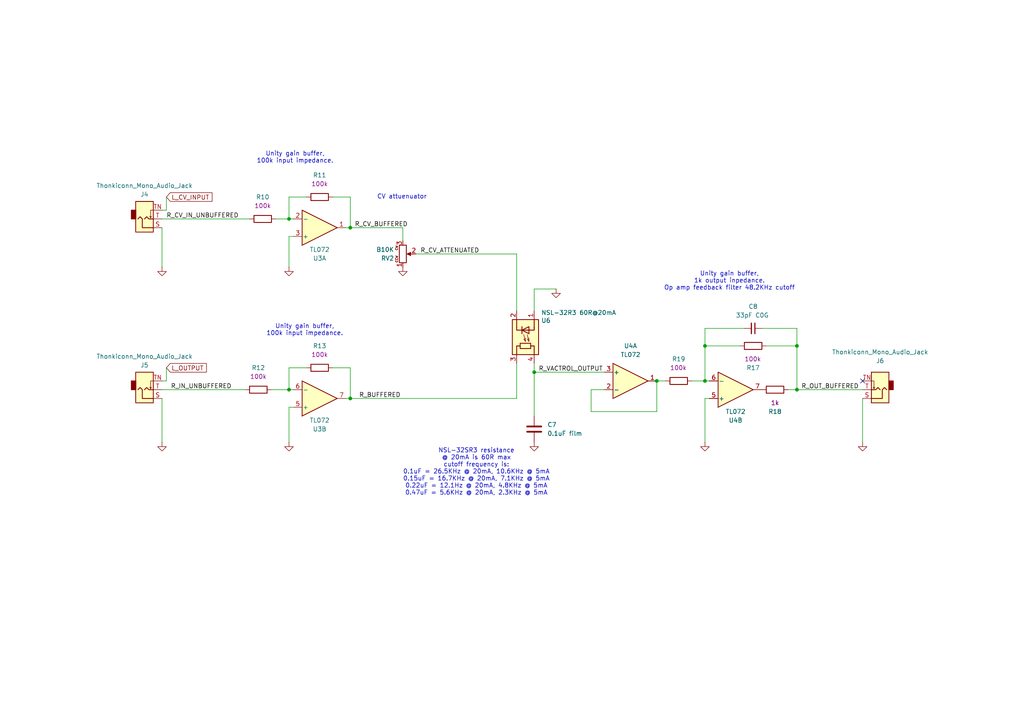
<source format=kicad_sch>
(kicad_sch (version 20250114) (generator "eeschema") (generator_version "9.0")
  (paper "A4")
  (lib_symbols
    (symbol "Device:C" (pin_numbers (hide yes)) (pin_names (offset 0.254))
      (property "Reference" "C" (at 0.635 2.54 0))
      (property "Value" "C" (at 0.635 -2.54 0))
      (symbol "C_0_1"
        (polyline (pts (xy -2.032 0.762) (xy 2.032 0.762)) (stroke (width 0.508)))
        (polyline (pts (xy -2.032 -0.762) (xy 2.032 -0.762)) (stroke (width 0.508)))
      )
      (symbol "C_1_1"
        (pin passive line (at 0 3.81 270) (length 2.794) (name "~") (number "1"))
        (pin passive line (at 0 -3.81 90) (length 2.794) (name "~") (number "2"))
      )
    )
    (symbol "Lichen:100k_0603" (pin_numbers (hide yes)) (pin_names (offset 0))
      (property "Reference" "R8" (at 6.35 0 90))
      (property "Display" "100k" (at 3.81 2.54 90))
      (symbol "100k_0603_0_1"
        (rectangle (start -1.016 -2.54) (end 1.016 2.54) (stroke (width 0.254)))
      )
      (symbol "100k_0603_1_1"
        (pin passive line (at 0 3.81 270) (length 1.27) (name "~") (number "1"))
        (pin passive line (at 0 -3.81 90) (length 1.27) (name "~") (number "2"))
      )
    )
    (symbol "Lichen:1k_0603" (pin_numbers (hide yes)) (pin_names (offset 0))
      (property "Reference" "R9" (at 6.35 0 90))
      (property "Display" "1k" (at 3.81 0 90))
      (symbol "1k_0603_0_1"
        (rectangle (start -1.016 -2.54) (end 1.016 2.54) (stroke (width 0.254)))
      )
      (symbol "1k_0603_1_1"
        (pin passive line (at 0 3.81 270) (length 1.27) (name "~") (number "1"))
        (pin passive line (at 0 -3.81 90) (length 1.27) (name "~") (number "2"))
      )
    )
    (symbol "Lichen:33pF_C0G_0603_50V" (pin_numbers (hide yes)) (pin_names (offset 0.254) (hide yes))
      (property "Reference" "C3" (at 6.35 -0.0063 90))
      (property "Display" "33pF C0G" (at 3.81 -0.0063 90))
      (symbol "33pF_C0G_0603_50V_0_1"
        (polyline (pts (xy -1.524 0.508) (xy 1.524 0.508)) (stroke (width 0.3048)))
        (polyline (pts (xy -1.524 -0.508) (xy 1.524 -0.508)) (stroke (width 0.3302)))
      )
      (symbol "33pF_C0G_0603_50V_1_1"
        (pin passive line (at 0 2.54 270) (length 2.032) (name "~") (number "1"))
        (pin passive line (at 0 -2.54 90) (length 2.032) (name "~") (number "2"))
      )
    )
    (symbol "Lichen:NSL-32" (pin_names (offset 0.762) (hide yes))
      (property "Reference" "U5" (at -4.826 4.572 90))
      (property "Value" "NSL-32R3 60R@20mA" (at -7.112 4.572 90))
      (symbol "NSL-32_0_1"
        (rectangle (start -5.08 3.81) (end 5.08 -3.81) (stroke (width 0.254)) (fill (type background)))
        (polyline (pts (xy -5.08 2.54) (xy -2.54 2.54)) (stroke (width 0.254)))
        (polyline (pts (xy -2.794 -2.54) (xy -5.08 -2.54)) (stroke (width 0.254)))
        (polyline (pts (xy -2.794 -2.54) (xy -2.032 -2.54) (xy -2.032 2.54) (xy -2.794 2.54)) (stroke (width 0.254)))
        (polyline (pts (xy -1.016 1.016) (xy -3.048 1.016) (xy -2.032 -1.016) (xy -1.016 1.016)) (stroke (width 0.254)))
        (polyline (pts (xy -1.016 -1.016) (xy -3.048 -1.016)) (stroke (width 0.254)))
        (polyline (pts (xy -0.762 0.508) (xy 1.27 1.016)))
        (polyline (pts (xy -0.762 -0.508) (xy 1.27 0)))
        (polyline (pts (xy 0.254 1.016) (xy 1.27 1.016) (xy 0.508 0.508)))
        (polyline (pts (xy 0.254 0) (xy 1.27 0) (xy 0.508 -0.508)))
        (rectangle (start 1.778 1.524) (end 3.302 -1.524) (stroke (width 0.254)))
        (polyline (pts (xy 2.54 1.524) (xy 2.54 2.54) (xy 5.08 2.54)) (stroke (width 0.254)))
        (polyline (pts (xy 2.54 -1.524) (xy 2.54 -2.54) (xy 5.08 -2.54)) (stroke (width 0.254)))
      )
      (symbol "NSL-32_1_1"
        (pin passive line (at -7.62 2.54 0) (length 2.54) (name "A") (number "1"))
        (pin passive line (at -7.62 -2.54 0) (length 2.54) (name "K") (number "2"))
        (pin passive line (at 7.62 2.54 180) (length 2.54) (name "R") (number "4"))
        (pin passive line (at 7.62 -2.54 180) (length 2.54) (name "R") (number "3"))
      )
    )
    (symbol "Lichen:R_Potentiometer" (pin_names (offset 1.016) (hide yes))
      (property "Reference" "RV1" (at -2.54 -1.2701 0))
      (property "Value" "B10K" (at -2.54 1.2699 0))
      (symbol "R_Potentiometer_0_1"
        (rectangle (start 1.016 2.54) (end -1.016 -2.54) (stroke (width 0.254)))
        (polyline (pts (xy 1.143 0) (xy 2.286 0.508) (xy 2.286 -0.508) (xy 1.143 0)) (fill (type outline)))
        (polyline (pts (xy 2.54 0) (xy 1.524 0)))
      )
      (symbol "R_Potentiometer_1_1"
        (text "CCW" (at -1.778 2.54 900) (effects (font (size 0.635 0.635)) (justify right)))
        (text "CW" (at -1.778 -2.54 900) (effects (font (size 0.635 0.635)) (justify left)))
        (pin passive line (at 0 3.81 270) (length 1.27) (name "1") (number "1"))
        (pin passive line (at 0 -3.81 90) (length 1.27) (name "3") (number "3"))
        (pin passive line (at 3.81 0 180) (length 1.27) (name "2") (number "2"))
      )
    )
    (symbol "Lichen:TL072" (pin_names (offset 0.127))
      (property "Reference" "OP3" (at 0 10.16 0))
      (property "Value" "TL072" (at 0 7.62 0))
      (symbol "TL072_1_1"
        (polyline (pts (xy -5.08 5.08) (xy 5.08 0) (xy -5.08 -5.08) (xy -5.08 5.08)) (stroke (width 0.254)) (fill (type background)))
        (pin input line (at -7.62 2.54 0) (length 2.54) (name "+") (number "3"))
        (pin input line (at -7.62 -2.54 0) (length 2.54) (name "-") (number "2"))
        (pin output line (at 7.62 0 180) (length 2.54) (name "~") (number "1"))
      )
      (symbol "TL072_2_1"
        (polyline (pts (xy -5.08 5.08) (xy 5.08 0) (xy -5.08 -5.08) (xy -5.08 5.08)) (stroke (width 0.254)) (fill (type background)))
        (pin input line (at -7.62 2.54 0) (length 2.54) (name "+") (number "5"))
        (pin input line (at -7.62 -2.54 0) (length 2.54) (name "-") (number "6"))
        (pin output line (at 7.62 0 180) (length 2.54) (name "~") (number "7"))
      )
      (symbol "TL072_3_1"
        (pin power_in line (at -2.54 7.62 270) (length 3.81) (name "V+") (number "8"))
        (pin power_in line (at -2.54 -7.62 90) (length 3.81) (name "V-") (number "4"))
      )
    )
    (symbol "Lichen:Thonkiconn_Mono_Audio_Jack"
      (property "Reference" "J1" (at -7.366 1.016 0))
      (property "Value" "Thonkiconn_Mono_Audio_Jack" (at -7.366 -1.524 0))
      (symbol "Thonkiconn_Mono_Audio_Jack_0_1"
        (rectangle (start -2.54 0) (end -3.81 -2.54) (stroke (width 0.254)) (fill (type outline)))
        (polyline (pts (xy 0 0) (xy 0.635 -0.635) (xy 1.27 0) (xy 2.54 0)) (stroke (width 0.254)))
        (polyline (pts (xy 1.778 -0.254) (xy 2.032 -0.762)))
        (rectangle (start 2.54 3.81) (end -2.54 -5.08) (stroke (width 0.254)) (fill (type background)))
        (polyline (pts (xy 2.54 2.54) (xy -0.635 2.54) (xy -0.635 0) (xy -1.27 -0.635) (xy -1.905 0)) (stroke (width 0.254)))
        (polyline (pts (xy 2.54 -2.54) (xy 1.778 -2.54) (xy 1.778 -0.254) (xy 1.524 -0.762)))
      )
      (symbol "Thonkiconn_Mono_Audio_Jack_1_1"
        (pin passive line (at 5.08 2.54 180) (length 2.54) (name "~") (number "S"))
        (pin passive line (at 5.08 0 180) (length 2.54) (name "~") (number "T"))
        (pin passive line (at 5.08 -2.54 180) (length 2.54) (name "~") (number "TN"))
      )
    )
    (symbol "power:GND" (power) (pin_numbers (hide yes)) (pin_names (offset 0) (hide yes))
      (property "Value" "GND" (at 0 -3.81 0))
      (symbol "GND_0_1"
        (polyline (pts (xy 0 0) (xy 0 -1.27) (xy 1.27 -1.27) (xy 0 -2.54) (xy -1.27 -1.27) (xy 0 -1.27)))
      )
      (symbol "GND_1_1"
        (pin power_in line (at 0 0 270) (length 0) (name "~") (number "1"))
      )
    )
  )
  (text "CV attuenuator" (at 116.586 57.15 0) (effects (font (size 1.27 1.27))))
  (text "Unity gain buffer,\n100k input impedance." (at 88.392 95.758 0) (effects (font (size 1.27 1.27))))
  (text "Unity gain buffer,\n100k input impedance." (at 85.598 45.72 0) (effects (font (size 1.27 1.27))))
  (text "NSL-32SR3 resistance\n@ 20mA is 60R max\ncutoff frequency is:\n0.1uF = 26.5KHz @ 20mA, 10.6KHz @ 5mA\n0.15uF = 16.7KHz @ 20mA, 7.1KHz @ 5mA\n0.22uF = 12.1Hz @ 20mA, 4.8KHz @ 5mA\n0.47uF = 5.6KHz @ 20mA, 2.3KHz @ 5mA" (at 138.176 136.906 0) (effects (font (size 1.27 1.27))))
  (text "Unity gain buffer,\n1k output inpedance.\nOp amp feedback filter 48.2KHz cutoff" (at 211.582 81.534 0) (effects (font (size 1.27 1.27))))
  (junction (at 190.5 110.49))
  (junction (at 101.6 66.04))
  (junction (at 231.14 113.03))
  (junction (at 101.6 115.57))
  (junction (at 204.47 100.33))
  (junction (at 83.82 113.03))
  (junction (at 204.47 110.49))
  (junction (at 154.94 107.95))
  (junction (at 231.14 100.33))
  (junction (at 83.82 63.5))
  (no_connect (at 250.19 110.49))
  (wire (pts (xy 88.9 57.15) (xy 83.82 57.15)))
  (wire (pts (xy 204.47 128.27) (xy 204.47 115.57)))
  (wire (pts (xy 154.94 105.41) (xy 154.94 107.95)))
  (wire (pts (xy 204.47 100.33) (xy 214.63 100.33)))
  (wire (pts (xy 83.82 118.11) (xy 85.09 118.11)))
  (wire (pts (xy 78.74 113.03) (xy 83.82 113.03)))
  (wire (pts (xy 220.98 95.25) (xy 231.14 95.25)))
  (wire (pts (xy 46.99 128.27) (xy 46.99 115.57)))
  (wire (pts (xy 83.82 57.15) (xy 83.82 63.5)))
  (wire (pts (xy 231.14 95.25) (xy 231.14 100.33)))
  (wire (pts (xy 96.52 106.68) (xy 101.6 106.68)))
  (wire (pts (xy 101.6 115.57) (xy 149.86 115.57)))
  (wire (pts (xy 120.65 73.66) (xy 149.86 73.66)))
  (wire (pts (xy 96.52 57.15) (xy 101.6 57.15)))
  (wire (pts (xy 83.82 77.47) (xy 83.82 68.58)))
  (wire (pts (xy 88.9 106.68) (xy 83.82 106.68)))
  (wire (pts (xy 200.66 110.49) (xy 204.47 110.49)))
  (wire (pts (xy 83.82 113.03) (xy 85.09 113.03)))
  (wire (pts (xy 48.26 106.68) (xy 48.26 110.49)))
  (wire (pts (xy 116.84 66.04) (xy 116.84 69.85)))
  (wire (pts (xy 190.5 110.49) (xy 190.5 119.38)))
  (wire (pts (xy 83.82 63.5) (xy 85.09 63.5)))
  (wire (pts (xy 222.25 100.33) (xy 231.14 100.33)))
  (wire (pts (xy 215.9 95.25) (xy 204.47 95.25)))
  (wire (pts (xy 101.6 106.68) (xy 101.6 115.57)))
  (wire (pts (xy 83.82 128.27) (xy 83.82 118.11)))
  (wire (pts (xy 83.82 106.68) (xy 83.82 113.03)))
  (wire (pts (xy 154.94 120.65) (xy 154.94 107.95)))
  (wire (pts (xy 48.26 57.15) (xy 48.26 60.96)))
  (wire (pts (xy 100.33 66.04) (xy 101.6 66.04)))
  (wire (pts (xy 190.5 119.38) (xy 171.45 119.38)))
  (wire (pts (xy 154.94 83.82) (xy 154.94 90.17)))
  (wire (pts (xy 46.99 66.04) (xy 46.99 77.47)))
  (wire (pts (xy 46.99 113.03) (xy 71.12 113.03)))
  (wire (pts (xy 48.26 110.49) (xy 46.99 110.49)))
  (wire (pts (xy 171.45 119.38) (xy 171.45 113.03)))
  (wire (pts (xy 231.14 113.03) (xy 250.19 113.03)))
  (wire (pts (xy 46.99 63.5) (xy 72.39 63.5)))
  (wire (pts (xy 101.6 66.04) (xy 116.84 66.04)))
  (wire (pts (xy 250.19 128.27) (xy 250.19 115.57)))
  (wire (pts (xy 100.33 115.57) (xy 101.6 115.57)))
  (wire (pts (xy 149.86 115.57) (xy 149.86 105.41)))
  (wire (pts (xy 204.47 95.25) (xy 204.47 100.33)))
  (wire (pts (xy 154.94 107.95) (xy 175.26 107.95)))
  (wire (pts (xy 204.47 110.49) (xy 205.74 110.49)))
  (wire (pts (xy 171.45 113.03) (xy 175.26 113.03)))
  (wire (pts (xy 83.82 68.58) (xy 85.09 68.58)))
  (wire (pts (xy 231.14 100.33) (xy 231.14 113.03)))
  (wire (pts (xy 154.94 83.82) (xy 161.29 83.82)))
  (wire (pts (xy 48.26 60.96) (xy 46.99 60.96)))
  (wire (pts (xy 204.47 100.33) (xy 204.47 110.49)))
  (wire (pts (xy 228.6 113.03) (xy 231.14 113.03)))
  (wire (pts (xy 80.01 63.5) (xy 83.82 63.5)))
  (wire (pts (xy 190.5 110.49) (xy 193.04 110.49)))
  (wire (pts (xy 204.47 115.57) (xy 205.74 115.57)))
  (wire (pts (xy 101.6 57.15) (xy 101.6 66.04)))
  (wire (pts (xy 149.86 73.66) (xy 149.86 90.17)))
  (label "R_VACTROL_OUTPUT" (at 156.21 107.95 0))
  (label "R_CV_BUFFERED" (at 102.87 66.04 0))
  (label "R_CV_ATTENUATED" (at 121.92 73.66 0))
  (label "R_BUFFERED" (at 104.14 115.57 0))
  (label "R_OUT_BUFFERED" (at 232.41 113.03 0))
  (label "R_CV_IN_UNBUFFERED" (at 48.26 63.5 0))
  (label "R_IN_UNBUFFERED" (at 49.53 113.03 0))
  (global_label "L_CV_INPUT" (shape input) (at 48.26 57.15 0) (property "Intersheetrefs" "${INTERSHEET_REFS}" (effects (hide yes))))
  (global_label "L_OUTPUT" (shape input) (at 48.26 106.68 0) (property "Intersheetrefs" "${INTERSHEET_REFS}" (effects (hide yes))))
  (symbol (lib_id "Lichen:100k_0603") (at 218.44 100.33 90) (mirror x) (unit 1)
    (property "Reference" "R17" (at 218.44 106.68 90))
    (property "Value" "100k_0603" (effects (hide yes)))
    (property "Footprint" "Lichen:R_0603" (effects (hide yes)))
    (property "Datasheet" "https://www.lcsc.com/datasheet/lcsc_datasheet_2206010045_UNI-ROYAL-Uniroyal-Elec-0603WAF1003T5E_C25803.pdf" (effects (hide yes)))
    (property "Description" "100K, 1%, 1/10W, 0603" (effects (hide yes)))
    (property "Manufacturer" "UNI-ROYAL" (effects (hide yes)))
    (property "Part Number" "0603WAF1003T5E" (effects (hide yes)))
    (property "Display" "100k" (at 215.9 104.14 90) (effects (justify right)))
    (property "LCSC" "C25803" (effects (hide yes)))
  )
  (symbol (lib_id "power:GND") (at 46.99 77.47 0) (unit 1)
    (property "Reference" "#PWR025" (effects (hide yes)))
    (property "Value" "GND" (effects (hide yes)))
    (property "Description" "Power symbol creates a global label with name \"GND\" , ground" (effects (hide yes)))
  )
  (symbol (lib_id "Device:C") (at 154.94 124.46 0) (unit 1) (in_bom no)
    (property "Reference" "C7" (at 158.75 123.1899 0) (effects (justify left)))
    (property "Value" "0.1uF film" (at 158.75 125.7299 0) (effects (justify left)))
    (property "Footprint" "Capacitor_THT:C_Rect_L7.2mm_W2.5mm_P5.00mm_FKS2_FKP2_MKS2_MKP2" (effects (hide yes)))
    (property "Description" "Unpolarized capacitor" (effects (hide yes)))
  )
  (symbol (lib_id "Lichen:1k_0603") (at 224.79 113.03 90) (mirror x) (unit 1)
    (property "Reference" "R18" (at 224.79 119.38 90))
    (property "Value" "1k_0603" (effects (hide yes)))
    (property "Footprint" "Lichen:R_0603" (effects (hide yes)))
    (property "Datasheet" "https://www.lcsc.com/datasheet/lcsc_datasheet_2206010130_UNI-ROYAL-Uniroyal-Elec-0603WAF1001T5E_C21190.pdf" (effects (hide yes)))
    (property "Description" "1K, 1%, 1/10W, 0603" (effects (hide yes)))
    (property "Manufacturer" "UNI-ROYAL" (effects (hide yes)))
    (property "Part Number" "0603WAF1001T5E" (effects (hide yes)))
    (property "Display" "1k" (at 224.79 116.84 90))
    (property "LCSC" "C21190" (effects (hide yes)))
  )
  (symbol (lib_id "Lichen:100k_0603") (at 76.2 63.5 90) (unit 1)
    (property "Reference" "R10" (at 76.2 57.15 90))
    (property "Value" "100k_0603" (effects (hide yes)))
    (property "Footprint" "Lichen:R_0603" (effects (hide yes)))
    (property "Datasheet" "https://www.lcsc.com/datasheet/lcsc_datasheet_2206010045_UNI-ROYAL-Uniroyal-Elec-0603WAF1003T5E_C25803.pdf" (effects (hide yes)))
    (property "Description" "100K, 1%, 1/10W, 0603" (effects (hide yes)))
    (property "Manufacturer" "UNI-ROYAL" (effects (hide yes)))
    (property "Part Number" "0603WAF1003T5E" (effects (hide yes)))
    (property "Display" "100k" (at 76.2 59.69 90))
    (property "LCSC" "C25803" (effects (hide yes)))
  )
  (symbol (lib_id "Lichen:TL072") (at 182.88 110.49 0) (unit 1)
    (property "Reference" "U4" (at 182.88 100.33 0))
    (property "Value" "TL072" (at 182.88 102.87 0))
    (property "Footprint" "Package_SO:SOIC-8_3.9x4.9mm_P1.27mm" (effects (hide yes)))
    (property "Datasheet" "http://www.ti.com/lit/ds/symlink/tl071.pdf" (effects (hide yes)))
    (property "Description" "Dual Low-Noise JFET-Input Operational Amplifiers, DIP-8/SOIC-8" (effects (hide yes)))
    (property "Manufacturer" "STMicroelectronics" (effects (hide yes)))
    (property "Part Number" "TL072CDT" (effects (hide yes)))
    (property "LCSC" "C6961" (effects (hide yes)))
  )
  (symbol (lib_id "power:GND") (at 116.84 77.47 0) (unit 1)
    (property "Reference" "#PWR028" (effects (hide yes)))
    (property "Value" "GND" (effects (hide yes)))
    (property "Description" "Power symbol creates a global label with name \"GND\" , ground" (effects (hide yes)))
  )
  (symbol (lib_id "Lichen:NSL-32") (at 152.4 97.79 270) (unit 1) (in_bom no)
    (property "Reference" "U6" (at 156.972 92.964 90) (effects (justify left)))
    (property "Value" "NSL-32R3 60R@20mA" (at 156.972 90.678 90) (effects (justify left)))
    (property "Footprint" "Lichen:NSL-32" (effects (hide yes)))
    (property "Datasheet" "http://lunainc.com/wp-content/uploads/2016/06/NSL-32.pdf" (effects (hide yes)))
    (property "Description" "Optocoupler, LED Input, Photocell Output" (effects (hide yes)))
  )
  (symbol (lib_id "Lichen:TL072") (at 92.71 66.04 0) (mirror x) (unit 1)
    (property "Reference" "U3" (at 92.71 74.93 0))
    (property "Value" "TL072" (at 92.71 72.39 0))
    (property "Footprint" "Package_SO:SOIC-8_3.9x4.9mm_P1.27mm" (effects (hide yes)))
    (property "Datasheet" "http://www.ti.com/lit/ds/symlink/tl071.pdf" (effects (hide yes)))
    (property "Description" "Dual Low-Noise JFET-Input Operational Amplifiers, DIP-8/SOIC-8" (effects (hide yes)))
    (property "Manufacturer" "STMicroelectronics" (effects (hide yes)))
    (property "Part Number" "TL072CDT" (effects (hide yes)))
    (property "LCSC" "C6961" (effects (hide yes)))
  )
  (symbol (lib_id "Lichen:100k_0603") (at 92.71 106.68 90) (mirror x) (unit 1)
    (property "Reference" "R13" (at 92.71 100.33 90))
    (property "Value" "100k_0603" (effects (hide yes)))
    (property "Footprint" "Lichen:R_0603" (effects (hide yes)))
    (property "Datasheet" "https://www.lcsc.com/datasheet/lcsc_datasheet_2206010045_UNI-ROYAL-Uniroyal-Elec-0603WAF1003T5E_C25803.pdf" (effects (hide yes)))
    (property "Description" "100K, 1%, 1/10W, 0603" (effects (hide yes)))
    (property "Manufacturer" "UNI-ROYAL" (effects (hide yes)))
    (property "Part Number" "0603WAF1003T5E" (effects (hide yes)))
    (property "Display" "100k" (at 92.71 102.87 90))
    (property "LCSC" "C25803" (effects (hide yes)))
  )
  (symbol (lib_id "Lichen:Thonkiconn_Mono_Audio_Jack") (at 255.27 113.03 180) (unit 1) (in_bom no)
    (property "Reference" "J6" (at 255.27 104.648 0))
    (property "Value" "Thonkiconn_Mono_Audio_Jack" (at 255.27 102.108 0))
    (property "Footprint" "Lichen:Audio_Jack_Thonkiconn_Mono_Right_Overhang" (effects (hide yes)))
    (property "Datasheet" "https://www.thonk.co.uk/wp-content/uploads/2018/07/Thonkiconn_Jack_Datasheet-new.jpg" (effects (hide yes)))
    (property "Description" "Audio Jack, 2 Poles (Mono / TS), Switched T Pole (Normalling)" (effects (hide yes)))
    (property "Manufacturer" "WQP" (effects (hide yes)))
    (property "Part Number" "WQP518MA/PJ398SM" (effects (hide yes)))
  )
  (symbol (lib_id "power:GND") (at 161.29 83.82 0) (mirror y) (unit 1)
    (property "Reference" "#PWR030" (effects (hide yes)))
    (property "Value" "GND" (effects (hide yes)))
    (property "Description" "Power symbol creates a global label with name \"GND\" , ground" (effects (hide yes)))
  )
  (symbol (lib_id "power:GND") (at 83.82 77.47 0) (unit 1)
    (property "Reference" "#PWR026" (effects (hide yes)))
    (property "Value" "GND" (effects (hide yes)))
    (property "Description" "Power symbol creates a global label with name \"GND\" , ground" (effects (hide yes)))
  )
  (symbol (lib_id "Lichen:100k_0603") (at 92.71 57.15 90) (mirror x) (unit 1)
    (property "Reference" "R11" (at 92.71 50.8 90))
    (property "Value" "100k_0603" (effects (hide yes)))
    (property "Footprint" "Lichen:R_0603" (effects (hide yes)))
    (property "Datasheet" "https://www.lcsc.com/datasheet/lcsc_datasheet_2206010045_UNI-ROYAL-Uniroyal-Elec-0603WAF1003T5E_C25803.pdf" (effects (hide yes)))
    (property "Description" "100K, 1%, 1/10W, 0603" (effects (hide yes)))
    (property "Manufacturer" "UNI-ROYAL" (effects (hide yes)))
    (property "Part Number" "0603WAF1003T5E" (effects (hide yes)))
    (property "Display" "100k" (at 92.71 53.34 90))
    (property "LCSC" "C25803" (effects (hide yes)))
  )
  (symbol (lib_id "power:GND") (at 250.19 128.27 0) (unit 1)
    (property "Reference" "#PWR034" (effects (hide yes)))
    (property "Value" "GND" (effects (hide yes)))
    (property "Description" "Power symbol creates a global label with name \"GND\" , ground" (effects (hide yes)))
  )
  (symbol (lib_id "Lichen:100k_0603") (at 196.85 110.49 90) (unit 1)
    (property "Reference" "R19" (at 196.85 104.14 90))
    (property "Value" "100k_0603" (effects (hide yes)))
    (property "Footprint" "Lichen:R_0603" (effects (hide yes)))
    (property "Datasheet" "https://www.lcsc.com/datasheet/lcsc_datasheet_2206010045_UNI-ROYAL-Uniroyal-Elec-0603WAF1003T5E_C25803.pdf" (effects (hide yes)))
    (property "Description" "100K, 1%, 1/10W, 0603" (effects (hide yes)))
    (property "Manufacturer" "UNI-ROYAL" (effects (hide yes)))
    (property "Part Number" "0603WAF1003T5E" (effects (hide yes)))
    (property "Display" "100k" (at 194.31 106.68 90) (effects (justify right)))
    (property "LCSC" "C25803" (effects (hide yes)))
  )
  (symbol (lib_id "Lichen:R_Potentiometer") (at 116.84 73.66 0) (mirror x) (unit 1) (in_bom no)
    (property "Reference" "RV2" (at 114.3 74.9301 0) (effects (justify right)))
    (property "Value" "B10K" (at 114.3 72.3901 0) (effects (justify right)))
    (property "Footprint" "Lichen:Potentiometer_Alpha_RD901_Eurorack" (effects (hide yes)))
    (property "Datasheet" "https://www.thonk.co.uk/wp-content/uploads/2017/12/Alpha-9mm-Vertical-T18-RD901F-40-15K-B50K-0057.pdf" (effects (hide yes)))
    (property "Description" "Alpha RD901 Vertical Snap-In Potentiometer" (effects (hide yes)))
    (property "Part Number" "RD901F-40" (effects (hide yes)))
    (property "Manufacturer" "Taiwan Alpha Electronic" (effects (hide yes)))
  )
  (symbol (lib_id "Lichen:Thonkiconn_Mono_Audio_Jack") (at 41.91 63.5 0) (mirror x) (unit 1) (in_bom no)
    (property "Reference" "J4" (at 41.91 56.388 0))
    (property "Value" "Thonkiconn_Mono_Audio_Jack" (at 41.91 53.848 0))
    (property "Footprint" "Lichen:Audio_Jack_Thonkiconn_Mono_Right_Overhang" (effects (hide yes)))
    (property "Datasheet" "https://www.thonk.co.uk/wp-content/uploads/2018/07/Thonkiconn_Jack_Datasheet-new.jpg" (effects (hide yes)))
    (property "Description" "Audio Jack, 2 Poles (Mono / TS), Switched T Pole (Normalling)" (effects (hide yes)))
    (property "Manufacturer" "WQP" (effects (hide yes)))
    (property "Part Number" "WQP518MA/PJ398SM" (effects (hide yes)))
  )
  (symbol (lib_id "power:GND") (at 46.99 128.27 0) (unit 1)
    (property "Reference" "#PWR027" (effects (hide yes)))
    (property "Value" "GND" (effects (hide yes)))
    (property "Description" "Power symbol creates a global label with name \"GND\" , ground" (effects (hide yes)))
  )
  (symbol (lib_id "Lichen:33pF_C0G_0603_50V") (at 218.44 95.25 270) (mirror x) (unit 1)
    (property "Reference" "C8" (at 218.4336 88.9 90))
    (property "Value" "33pF C0G" (at 218.186 91.44 90))
    (property "Footprint" "Lichen:C_0603" (effects (hide yes)))
    (property "Description" "33pF 50V C0G ±5% 0603 MLCC" (effects (hide yes)))
    (property "Specifications" "33pF 50V C0G ±5% 0603 MLCC" (effects (hide yes)))
    (property "Manufacturer" "Samsung Electro-Mechanics" (effects (hide yes)))
    (property "Part Number" "CL10C330JB8NNNC" (effects (hide yes)))
    (property "Display" "33pF C0G" (effects (hide yes)))
    (property "LCSC" "C1663" (effects (hide yes)))
  )
  (symbol (lib_id "power:GND") (at 154.94 128.27 0) (unit 1)
    (property "Reference" "#PWR032" (effects (hide yes)))
    (property "Value" "GND" (effects (hide yes)))
    (property "Description" "Power symbol creates a global label with name \"GND\" , ground" (effects (hide yes)))
  )
  (symbol (lib_id "Lichen:TL072") (at 92.71 115.57 0) (mirror x) (unit 2)
    (property "Reference" "U3" (at 92.71 124.46 0))
    (property "Value" "TL072" (at 92.71 121.92 0))
    (property "Footprint" "Package_SO:SOIC-8_3.9x4.9mm_P1.27mm" (effects (hide yes)))
    (property "Datasheet" "http://www.ti.com/lit/ds/symlink/tl071.pdf" (effects (hide yes)))
    (property "Description" "Dual Low-Noise JFET-Input Operational Amplifiers, DIP-8/SOIC-8" (effects (hide yes)))
    (property "Manufacturer" "STMicroelectronics" (effects (hide yes)))
    (property "Part Number" "TL072CDT" (effects (hide yes)))
    (property "LCSC" "C6961" (effects (hide yes)))
  )
  (symbol (lib_id "Lichen:Thonkiconn_Mono_Audio_Jack") (at 41.91 113.03 0) (mirror x) (unit 1) (in_bom no)
    (property "Reference" "J5" (at 41.91 105.918 0))
    (property "Value" "Thonkiconn_Mono_Audio_Jack" (at 41.91 103.378 0))
    (property "Footprint" "Lichen:Audio_Jack_Thonkiconn_Mono_Right_Overhang" (effects (hide yes)))
    (property "Datasheet" "https://www.thonk.co.uk/wp-content/uploads/2018/07/Thonkiconn_Jack_Datasheet-new.jpg" (effects (hide yes)))
    (property "Description" "Audio Jack, 2 Poles (Mono / TS), Switched T Pole (Normalling)" (effects (hide yes)))
    (property "Manufacturer" "WQP" (effects (hide yes)))
    (property "Part Number" "WQP518MA/PJ398SM" (effects (hide yes)))
  )
  (symbol (lib_id "Lichen:100k_0603") (at 74.93 113.03 90) (unit 1)
    (property "Reference" "R12" (at 74.93 106.68 90))
    (property "Value" "100k_0603" (effects (hide yes)))
    (property "Footprint" "Lichen:R_0603" (effects (hide yes)))
    (property "Datasheet" "https://www.lcsc.com/datasheet/lcsc_datasheet_2206010045_UNI-ROYAL-Uniroyal-Elec-0603WAF1003T5E_C25803.pdf" (effects (hide yes)))
    (property "Description" "100K, 1%, 1/10W, 0603" (effects (hide yes)))
    (property "Manufacturer" "UNI-ROYAL" (effects (hide yes)))
    (property "Part Number" "0603WAF1003T5E" (effects (hide yes)))
    (property "Display" "100k" (at 74.93 109.22 90))
    (property "LCSC" "C25803" (effects (hide yes)))
  )
  (symbol (lib_id "Lichen:TL072") (at 213.36 113.03 0) (mirror x) (unit 2)
    (property "Reference" "U4" (at 213.36 121.92 0))
    (property "Value" "TL072" (at 213.36 119.38 0))
    (property "Footprint" "Package_SO:SOIC-8_3.9x4.9mm_P1.27mm" (effects (hide yes)))
    (property "Datasheet" "http://www.ti.com/lit/ds/symlink/tl071.pdf" (effects (hide yes)))
    (property "Description" "Dual Low-Noise JFET-Input Operational Amplifiers, DIP-8/SOIC-8" (effects (hide yes)))
    (property "LCSC" "C6961" (effects (hide yes)))
    (property "Manufacturer" "STMicroelectronics" (effects (hide yes)))
    (property "Part Number" "TL072CDT" (effects (hide yes)))
  )
  (symbol (lib_id "power:GND") (at 83.82 128.27 0) (unit 1)
    (property "Reference" "#PWR029" (effects (hide yes)))
    (property "Value" "GND" (effects (hide yes)))
    (property "Description" "Power symbol creates a global label with name \"GND\" , ground" (effects (hide yes)))
  )
  (symbol (lib_id "power:GND") (at 204.47 128.27 0) (unit 1)
    (property "Reference" "#PWR033" (effects (hide yes)))
    (property "Value" "GND" (effects (hide yes)))
    (property "Description" "Power symbol creates a global label with name \"GND\" , ground" (effects (hide yes)))
  )
)
</source>
